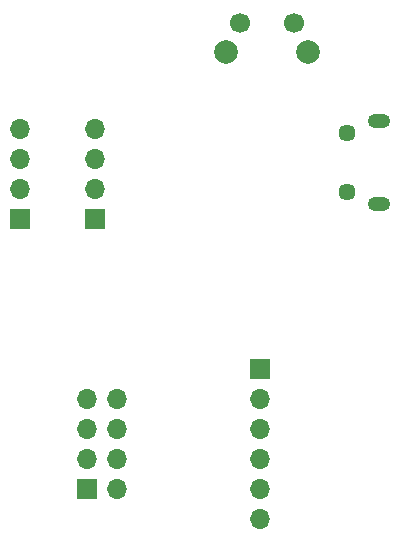
<source format=gbr>
%TF.GenerationSoftware,KiCad,Pcbnew,7.0.10-7.0.10~ubuntu22.04.1*%
%TF.CreationDate,2024-01-23T13:21:10+00:00*%
%TF.ProjectId,wifi_temp_sensor,77696669-5f74-4656-9d70-5f73656e736f,rev?*%
%TF.SameCoordinates,Original*%
%TF.FileFunction,Soldermask,Bot*%
%TF.FilePolarity,Negative*%
%FSLAX46Y46*%
G04 Gerber Fmt 4.6, Leading zero omitted, Abs format (unit mm)*
G04 Created by KiCad (PCBNEW 7.0.10-7.0.10~ubuntu22.04.1) date 2024-01-23 13:21:10*
%MOMM*%
%LPD*%
G01*
G04 APERTURE LIST*
%ADD10R,1.700000X1.700000*%
%ADD11O,1.700000X1.700000*%
%ADD12C,1.700000*%
%ADD13C,2.000000*%
%ADD14O,1.900000X1.200000*%
%ADD15C,1.450000*%
G04 APERTURE END LIST*
D10*
%TO.C,J2*%
X207645000Y-66030000D03*
D11*
X210185000Y-66030000D03*
X207645000Y-63490000D03*
X210185000Y-63490000D03*
X207645000Y-60950000D03*
X210185000Y-60950000D03*
X207645000Y-58410000D03*
X210185000Y-58410000D03*
%TD*%
D10*
%TO.C,J5*%
X208280000Y-43180000D03*
D11*
X208280000Y-40640000D03*
X208280000Y-38100000D03*
X208280000Y-35560000D03*
%TD*%
D12*
%TO.C,SW1*%
X220635000Y-26545000D03*
X225135000Y-26545000D03*
D13*
X226385000Y-29045000D03*
X219385000Y-29045000D03*
%TD*%
D10*
%TO.C,J3*%
X201930000Y-43180000D03*
D11*
X201930000Y-40640000D03*
X201930000Y-38100000D03*
X201930000Y-35560000D03*
%TD*%
D14*
%TO.C,J1*%
X232377500Y-41870000D03*
D15*
X229677500Y-40870000D03*
X229677500Y-35870000D03*
D14*
X232377500Y-34870000D03*
%TD*%
D10*
%TO.C,J4*%
X222250000Y-55880000D03*
D11*
X222250000Y-58420000D03*
X222250000Y-60960000D03*
X222250000Y-63500000D03*
X222250000Y-66040000D03*
X222250000Y-68580000D03*
%TD*%
M02*

</source>
